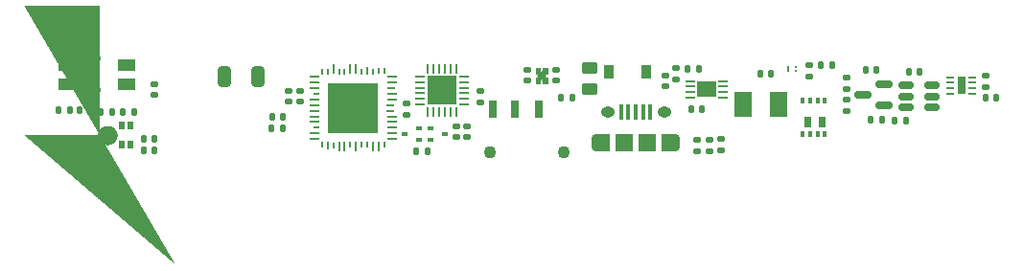
<source format=gts>
%TF.GenerationSoftware,KiCad,Pcbnew,6.0.8-f2edbf62ab~116~ubuntu22.04.1*%
%TF.CreationDate,2022-10-14T10:58:25+08:00*%
%TF.ProjectId,OSSG_v0p4,4f535347-5f76-4307-9034-2e6b69636164,v0.4*%
%TF.SameCoordinates,Original*%
%TF.FileFunction,Soldermask,Top*%
%TF.FilePolarity,Negative*%
%FSLAX46Y46*%
G04 Gerber Fmt 4.6, Leading zero omitted, Abs format (unit mm)*
G04 Created by KiCad (PCBNEW 6.0.8-f2edbf62ab~116~ubuntu22.04.1) date 2022-10-14 10:58:25*
%MOMM*%
%LPD*%
G01*
G04 APERTURE LIST*
G04 Aperture macros list*
%AMRoundRect*
0 Rectangle with rounded corners*
0 $1 Rounding radius*
0 $2 $3 $4 $5 $6 $7 $8 $9 X,Y pos of 4 corners*
0 Add a 4 corners polygon primitive as box body*
4,1,4,$2,$3,$4,$5,$6,$7,$8,$9,$2,$3,0*
0 Add four circle primitives for the rounded corners*
1,1,$1+$1,$2,$3*
1,1,$1+$1,$4,$5*
1,1,$1+$1,$6,$7*
1,1,$1+$1,$8,$9*
0 Add four rect primitives between the rounded corners*
20,1,$1+$1,$2,$3,$4,$5,0*
20,1,$1+$1,$4,$5,$6,$7,0*
20,1,$1+$1,$6,$7,$8,$9,0*
20,1,$1+$1,$8,$9,$2,$3,0*%
%AMFreePoly0*
4,1,103,0.919391,0.822403,0.926250,0.818200,0.934269,0.817569,1.160851,0.702119,1.166075,0.696003,1.173507,0.692924,1.353325,0.513107,1.356403,0.505675,1.362519,0.500452,1.477969,0.273869,1.478600,0.265849,1.482803,0.258991,1.508245,0.098357,1.511543,0.091283,1.519917,0.075198,1.519565,0.074081,1.520059,0.073021,1.523152,0.002182,1.522358,0.000000,1.523152,-0.002182,
1.520059,-0.073021,1.519565,-0.074081,1.519917,-0.075198,1.511543,-0.091283,1.508245,-0.098357,1.482803,-0.258991,1.478600,-0.265849,1.477969,-0.273869,1.362519,-0.500452,1.356403,-0.505675,1.353325,-0.513107,1.173507,-0.692924,1.166075,-0.696003,1.160851,-0.702119,0.934269,-0.817569,0.926250,-0.818200,0.919391,-0.822403,0.668222,-0.862184,0.660400,-0.860306,0.652579,-0.862184,
0.401409,-0.822403,0.394551,-0.818200,0.386531,-0.817569,0.159948,-0.702119,0.154725,-0.696003,0.147293,-0.692925,-0.032524,-0.513107,-0.035603,-0.505675,-0.041719,-0.500451,-0.157169,-0.273869,-0.157800,-0.265850,-0.162003,-0.258991,-0.187445,-0.098355,-0.190741,-0.091288,-0.199117,-0.075198,-0.198765,-0.074081,-0.199259,-0.073021,-0.202352,-0.002181,-0.201558,0.000000,0.203023,0.000000,
0.225408,-0.141336,0.290375,-0.268841,0.391559,-0.370025,0.519062,-0.434992,0.660400,-0.457377,0.801736,-0.434992,0.929241,-0.370025,1.030425,-0.268841,1.095392,-0.141338,1.117777,0.000000,1.095392,0.141338,1.030425,0.268841,0.929241,0.370025,0.801736,0.434992,0.660400,0.457377,0.519062,0.434992,0.391559,0.370025,0.290375,0.268841,0.225408,0.141336,0.203023,0.000000,
-0.201558,0.000000,-0.202352,0.002181,-0.199259,0.073021,-0.198765,0.074081,-0.199117,0.075198,-0.190741,0.091288,-0.187445,0.098355,-0.162003,0.258991,-0.157800,0.265850,-0.157169,0.273869,-0.041719,0.500451,-0.035603,0.505675,-0.032524,0.513107,0.147293,0.692925,0.154725,0.696003,0.159948,0.702119,0.386531,0.817569,0.394551,0.818200,0.401409,0.822403,0.652579,0.862184,
0.660400,0.860306,0.668222,0.862184,0.919391,0.822403,0.919391,0.822403,$1*%
G04 Aperture macros list end*
%ADD10C,0.000100*%
%ADD11C,0.001000*%
%ADD12C,0.100000*%
%ADD13C,0.120000*%
%ADD14RoundRect,0.135000X0.135000X0.185000X-0.135000X0.185000X-0.135000X-0.185000X0.135000X-0.185000X0*%
%ADD15R,0.510000X0.400000*%
%ADD16RoundRect,0.140000X-0.140000X-0.170000X0.140000X-0.170000X0.140000X0.170000X-0.140000X0.170000X0*%
%ADD17RoundRect,0.140000X0.140000X0.170000X-0.140000X0.170000X-0.140000X-0.170000X0.140000X-0.170000X0*%
%ADD18R,0.900000X1.200000*%
%ADD19R,0.400000X1.350000*%
%ADD20O,0.890000X1.550000*%
%ADD21R,1.200000X1.550000*%
%ADD22R,1.500000X1.550000*%
%ADD23O,1.250000X0.950000*%
%ADD24RoundRect,0.140000X-0.170000X0.140000X-0.170000X-0.140000X0.170000X-0.140000X0.170000X0.140000X0*%
%ADD25RoundRect,0.062500X-0.375000X-0.062500X0.375000X-0.062500X0.375000X0.062500X-0.375000X0.062500X0*%
%ADD26RoundRect,0.062500X-0.162500X-0.062500X0.162500X-0.062500X0.162500X0.062500X-0.162500X0.062500X0*%
%ADD27RoundRect,0.062500X-0.062500X-0.162500X0.062500X-0.162500X0.062500X0.162500X-0.062500X0.162500X0*%
%ADD28RoundRect,0.062500X-0.062500X-0.237500X0.062500X-0.237500X0.062500X0.237500X-0.062500X0.237500X0*%
%ADD29RoundRect,0.062500X-0.062500X-0.375000X0.062500X-0.375000X0.062500X0.375000X-0.062500X0.375000X0*%
%ADD30RoundRect,0.062500X-0.062500X-0.187500X0.062500X-0.187500X0.062500X0.187500X-0.062500X0.187500X0*%
%ADD31RoundRect,0.062500X-0.237500X-0.062500X0.237500X-0.062500X0.237500X0.062500X-0.237500X0.062500X0*%
%ADD32RoundRect,0.062500X-0.287500X-0.062500X0.287500X-0.062500X0.287500X0.062500X-0.287500X0.062500X0*%
%ADD33R,4.500000X4.500000*%
%ADD34RoundRect,0.135000X-0.135000X-0.185000X0.135000X-0.185000X0.135000X0.185000X-0.135000X0.185000X0*%
%ADD35RoundRect,0.135000X0.185000X-0.135000X0.185000X0.135000X-0.185000X0.135000X-0.185000X-0.135000X0*%
%ADD36C,0.750000*%
%ADD37R,1.550000X1.000000*%
%ADD38R,0.280000X0.170000*%
%ADD39R,0.280000X0.520000*%
%ADD40R,1.600000X2.300000*%
%ADD41RoundRect,0.150000X0.512500X0.150000X-0.512500X0.150000X-0.512500X-0.150000X0.512500X-0.150000X0*%
%ADD42R,0.522000X0.725000*%
%ADD43FreePoly0,0.000000*%
%ADD44C,0.381000*%
%ADD45RoundRect,0.250000X0.450000X-0.262500X0.450000X0.262500X-0.450000X0.262500X-0.450000X-0.262500X0*%
%ADD46RoundRect,0.250000X-0.325000X-0.650000X0.325000X-0.650000X0.325000X0.650000X-0.325000X0.650000X0*%
%ADD47RoundRect,0.062500X0.287500X0.062500X-0.287500X0.062500X-0.287500X-0.062500X0.287500X-0.062500X0*%
%ADD48R,0.800000X1.600000*%
%ADD49RoundRect,0.062500X0.337500X0.062500X-0.337500X0.062500X-0.337500X-0.062500X0.337500X-0.062500X0*%
%ADD50R,1.700000X1.400000*%
%ADD51RoundRect,0.135000X-0.185000X0.135000X-0.185000X-0.135000X0.185000X-0.135000X0.185000X0.135000X0*%
%ADD52RoundRect,0.140000X0.170000X-0.140000X0.170000X0.140000X-0.170000X0.140000X-0.170000X-0.140000X0*%
%ADD53RoundRect,0.147500X0.147500X0.172500X-0.147500X0.172500X-0.147500X-0.172500X0.147500X-0.172500X0*%
%ADD54R,0.400000X0.500000*%
%ADD55RoundRect,0.062500X0.062500X-0.350000X0.062500X0.350000X-0.062500X0.350000X-0.062500X-0.350000X0*%
%ADD56RoundRect,0.062500X0.350000X-0.062500X0.350000X0.062500X-0.350000X0.062500X-0.350000X-0.062500X0*%
%ADD57R,2.600000X2.600000*%
%ADD58RoundRect,0.150000X0.587500X0.150000X-0.587500X0.150000X-0.587500X-0.150000X0.587500X-0.150000X0*%
%ADD59C,1.100000*%
%ADD60R,0.700000X1.600000*%
G04 APERTURE END LIST*
%TO.C,U7*%
G36*
X118994269Y-76277863D02*
G01*
X118794269Y-76477863D01*
X118634269Y-76477863D01*
X118634269Y-75987863D01*
X118994269Y-75987863D01*
X118994269Y-76277863D01*
G37*
D10*
X118994269Y-76277863D02*
X118794269Y-76477863D01*
X118634269Y-76477863D01*
X118634269Y-75987863D01*
X118994269Y-75987863D01*
X118994269Y-76277863D01*
G36*
X119644269Y-77287863D02*
G01*
X119284269Y-77287863D01*
X119284269Y-76997863D01*
X119484269Y-76797863D01*
X119644269Y-76797863D01*
X119644269Y-77287863D01*
G37*
X119644269Y-77287863D02*
X119284269Y-77287863D01*
X119284269Y-76997863D01*
X119484269Y-76797863D01*
X119644269Y-76797863D01*
X119644269Y-77287863D01*
G36*
X119539269Y-76637863D02*
G01*
X119139269Y-77037863D01*
X118739269Y-76637863D01*
X119139269Y-76237863D01*
X119539269Y-76637863D01*
G37*
D11*
X119539269Y-76637863D02*
X119139269Y-77037863D01*
X118739269Y-76637863D01*
X119139269Y-76237863D01*
X119539269Y-76637863D01*
G36*
X119644269Y-76477863D02*
G01*
X119484269Y-76477863D01*
X119284269Y-76277863D01*
X119284269Y-75987863D01*
X119644269Y-75987863D01*
X119644269Y-76477863D01*
G37*
D10*
X119644269Y-76477863D02*
X119484269Y-76477863D01*
X119284269Y-76277863D01*
X119284269Y-75987863D01*
X119644269Y-75987863D01*
X119644269Y-76477863D01*
G36*
X118994269Y-76997863D02*
G01*
X118994269Y-77287863D01*
X118634269Y-77287863D01*
X118634269Y-76797863D01*
X118794269Y-76797863D01*
X118994269Y-76997863D01*
G37*
X118994269Y-76997863D02*
X118994269Y-77287863D01*
X118634269Y-77287863D01*
X118634269Y-76797863D01*
X118794269Y-76797863D01*
X118994269Y-76997863D01*
%TO.C,U1*%
G36*
X81631265Y-81913880D02*
G01*
X81591484Y-82165049D01*
X81476034Y-82391632D01*
X81296217Y-82571449D01*
X81069634Y-82686899D01*
X80818465Y-82726680D01*
X80567296Y-82686899D01*
X80340713Y-82571449D01*
X80160896Y-82391632D01*
X80045446Y-82165049D01*
X80005665Y-81913880D01*
X80008758Y-81843040D01*
X80312398Y-81869605D01*
X80310465Y-81913880D01*
X80335328Y-82070861D01*
X80407484Y-82212475D01*
X80519870Y-82324861D01*
X80661484Y-82397017D01*
X80818465Y-82421880D01*
X80975446Y-82397017D01*
X81117060Y-82324861D01*
X81229446Y-82212475D01*
X81301602Y-82070861D01*
X81326465Y-81913880D01*
X81324532Y-81869605D01*
X81628172Y-81843040D01*
X81631265Y-81913880D01*
G37*
D12*
X81631265Y-81913880D02*
X81591484Y-82165049D01*
X81476034Y-82391632D01*
X81296217Y-82571449D01*
X81069634Y-82686899D01*
X80818465Y-82726680D01*
X80567296Y-82686899D01*
X80340713Y-82571449D01*
X80160896Y-82391632D01*
X80045446Y-82165049D01*
X80005665Y-81913880D01*
X80008758Y-81843040D01*
X80312398Y-81869605D01*
X80310465Y-81913880D01*
X80335328Y-82070861D01*
X80407484Y-82212475D01*
X80519870Y-82324861D01*
X80661484Y-82397017D01*
X80818465Y-82421880D01*
X80975446Y-82397017D01*
X81117060Y-82324861D01*
X81229446Y-82212475D01*
X81301602Y-82070861D01*
X81326465Y-81913880D01*
X81324532Y-81869605D01*
X81628172Y-81843040D01*
X81631265Y-81913880D01*
G36*
X81069634Y-81140861D02*
G01*
X81296217Y-81256311D01*
X81476034Y-81436128D01*
X81591484Y-81662711D01*
X81631265Y-81913880D01*
X81628172Y-81984720D01*
X81324532Y-81958155D01*
X81326465Y-81913880D01*
X81301602Y-81756899D01*
X81229446Y-81615285D01*
X81117060Y-81502899D01*
X80975446Y-81430743D01*
X80818465Y-81405880D01*
X80661484Y-81430743D01*
X80519870Y-81502899D01*
X80407484Y-81615285D01*
X80335328Y-81756899D01*
X80310465Y-81913880D01*
X80312398Y-81958155D01*
X80008758Y-81984720D01*
X80005665Y-81913880D01*
X80045446Y-81662711D01*
X80160896Y-81436128D01*
X80340713Y-81256311D01*
X80567296Y-81140861D01*
X80818465Y-81101080D01*
X81069634Y-81140861D01*
G37*
X81069634Y-81140861D02*
X81296217Y-81256311D01*
X81476034Y-81436128D01*
X81591484Y-81662711D01*
X81631265Y-81913880D01*
X81628172Y-81984720D01*
X81324532Y-81958155D01*
X81326465Y-81913880D01*
X81301602Y-81756899D01*
X81229446Y-81615285D01*
X81117060Y-81502899D01*
X80975446Y-81430743D01*
X80818465Y-81405880D01*
X80661484Y-81430743D01*
X80519870Y-81502899D01*
X80407484Y-81615285D01*
X80335328Y-81756899D01*
X80310465Y-81913880D01*
X80312398Y-81958155D01*
X80008758Y-81984720D01*
X80005665Y-81913880D01*
X80045446Y-81662711D01*
X80160896Y-81436128D01*
X80340713Y-81256311D01*
X80567296Y-81140861D01*
X80818465Y-81101080D01*
X81069634Y-81140861D01*
D13*
%TO.C,Q4*%
X144142489Y-81124202D02*
X143642489Y-81124202D01*
X143642489Y-81124202D02*
X143642489Y-80274202D01*
X143642489Y-80274202D02*
X144142489Y-80274202D01*
X144142489Y-80274202D02*
X144142489Y-81124202D01*
G36*
X144142489Y-81124202D02*
G01*
X143642489Y-81124202D01*
X143642489Y-80274202D01*
X144142489Y-80274202D01*
X144142489Y-81124202D01*
G37*
X142842489Y-81124202D02*
X142342489Y-81124202D01*
X142342489Y-81124202D02*
X142342489Y-80274202D01*
X142342489Y-80274202D02*
X142842489Y-80274202D01*
X142842489Y-80274202D02*
X142842489Y-81124202D01*
G36*
X142842489Y-81124202D02*
G01*
X142342489Y-81124202D01*
X142342489Y-80274202D01*
X142842489Y-80274202D01*
X142842489Y-81124202D01*
G37*
%TD*%
D14*
%TO.C,R1*%
X96353545Y-81319325D03*
X95333545Y-81319325D03*
%TD*%
D15*
%TO.C,Q1*%
X108332290Y-82329954D03*
X108332290Y-81329954D03*
X107042290Y-81829954D03*
%TD*%
D16*
%TO.C,C19*%
X132347042Y-79630638D03*
X133307042Y-79630638D03*
%TD*%
D17*
%TO.C,C14*%
X159314550Y-78612375D03*
X158354550Y-78612375D03*
%TD*%
D18*
%TO.C,D3*%
X128360985Y-76322776D03*
X125060985Y-76322776D03*
%TD*%
D19*
%TO.C,J3*%
X126179107Y-79890740D03*
X126829107Y-79890740D03*
X127479107Y-79890740D03*
X128129107Y-79890740D03*
X128779107Y-79890740D03*
D20*
X130979107Y-82590740D03*
X123979107Y-82590740D03*
D21*
X130379107Y-82590740D03*
X124579107Y-82590740D03*
D22*
X126479107Y-82590740D03*
D23*
X129979107Y-79890740D03*
D22*
X128479107Y-82590740D03*
D23*
X124979107Y-79890740D03*
%TD*%
D24*
%TO.C,C10*%
X112585441Y-81141385D03*
X112585441Y-82101385D03*
%TD*%
D25*
%TO.C,U2*%
X99085097Y-76745474D03*
X99085097Y-77245474D03*
X99085097Y-77745474D03*
D26*
X99297597Y-78245474D03*
D25*
X99085097Y-78745474D03*
X99085097Y-79245474D03*
X99085097Y-79745474D03*
X99085097Y-80245474D03*
X99085097Y-80745474D03*
D26*
X99297597Y-81245474D03*
D25*
X99085097Y-81745474D03*
X99085097Y-82245474D03*
D27*
X99772597Y-82720474D03*
D28*
X100272597Y-82795474D03*
D27*
X100772597Y-82795474D03*
D29*
X101272597Y-82932974D03*
X101772597Y-82932974D03*
D30*
X102272597Y-82745474D03*
D29*
X102772597Y-82932974D03*
D30*
X103272597Y-82745474D03*
D27*
X103772597Y-82720474D03*
D29*
X104272597Y-82932974D03*
X104772597Y-82932974D03*
D30*
X105272597Y-82745474D03*
D25*
X105960097Y-82245474D03*
X105960097Y-81745474D03*
X105960097Y-81245474D03*
X105960097Y-80745474D03*
X105960097Y-80245474D03*
D31*
X105822597Y-79745474D03*
X105822597Y-79245474D03*
D25*
X105960097Y-78745474D03*
X105960097Y-78245474D03*
D32*
X105872597Y-77745474D03*
D25*
X105960097Y-77245474D03*
X105960097Y-76745474D03*
D30*
X105272597Y-76245474D03*
X104772597Y-76245474D03*
D27*
X104272597Y-76270474D03*
D28*
X103772597Y-76195474D03*
D27*
X103272597Y-76270474D03*
D29*
X102772597Y-76057974D03*
X102272597Y-76057974D03*
D27*
X101772597Y-76270474D03*
X101272597Y-76270474D03*
D29*
X100772597Y-76057974D03*
D27*
X100272597Y-76270474D03*
X99772597Y-76270474D03*
D33*
X102522597Y-79495474D03*
%TD*%
D34*
%TO.C,R3*%
X80224181Y-79834807D03*
X81244181Y-79834807D03*
%TD*%
D35*
%TO.C,R6*%
X107244882Y-80141646D03*
X107244882Y-79121646D03*
%TD*%
%TO.C,R17*%
X135016041Y-83227289D03*
X135016041Y-82207289D03*
%TD*%
D24*
%TO.C,C18*%
X117862044Y-76099562D03*
X117862044Y-77059562D03*
%TD*%
D36*
%TO.C,SW1*%
X79899951Y-75152196D03*
X79899951Y-77902196D03*
D37*
X82524951Y-77377196D03*
X77274951Y-77377196D03*
X82524951Y-75677196D03*
X77274951Y-75677196D03*
%TD*%
D38*
%TO.C,Q3*%
X141612040Y-76216522D03*
X141612040Y-75866522D03*
D39*
X140962040Y-76041522D03*
%TD*%
D14*
%TO.C,R4*%
X77488019Y-79658389D03*
X76468019Y-79658389D03*
%TD*%
D40*
%TO.C,L1*%
X140122558Y-79204084D03*
X136962558Y-79204084D03*
%TD*%
D17*
%TO.C,C1*%
X96324121Y-80320710D03*
X95364121Y-80320710D03*
%TD*%
D15*
%TO.C,Q2*%
X109336071Y-81338973D03*
X109336071Y-82338973D03*
X110626071Y-81838973D03*
%TD*%
D41*
%TO.C,U5*%
X153650760Y-79426117D03*
X153650760Y-78476117D03*
X153650760Y-77526117D03*
X151375760Y-77526117D03*
X151375760Y-78476117D03*
X151375760Y-79426117D03*
%TD*%
D42*
%TO.C,U1*%
X82892465Y-81076133D03*
X82070465Y-81076133D03*
D43*
X80158065Y-81913880D03*
D42*
X82070465Y-82751627D03*
X82892465Y-82751627D03*
D44*
X80818465Y-81913880D03*
%TD*%
D14*
%TO.C,R14*%
X133048103Y-76081567D03*
X132028103Y-76081567D03*
%TD*%
D45*
%TO.C,F1*%
X123380387Y-77819400D03*
X123380387Y-75994400D03*
%TD*%
D46*
%TO.C,AE1*%
X91153318Y-76701916D03*
X94103318Y-76701916D03*
%TD*%
D14*
%TO.C,R5*%
X109114492Y-83363160D03*
X108094492Y-83363160D03*
%TD*%
D47*
%TO.C,U6*%
X157225427Y-78271198D03*
X157225427Y-77771198D03*
X157225427Y-77271198D03*
X157225427Y-76771198D03*
X155225427Y-76771198D03*
X155225427Y-77271198D03*
X155225427Y-77771198D03*
X155225427Y-78271198D03*
D48*
X156225427Y-77521198D03*
%TD*%
D34*
%TO.C,R7*%
X148184787Y-80510534D03*
X149204787Y-80510534D03*
%TD*%
D16*
%TO.C,C4*%
X78368932Y-79651170D03*
X79328932Y-79651170D03*
%TD*%
%TO.C,C17*%
X138440702Y-76447219D03*
X139400702Y-76447219D03*
%TD*%
D49*
%TO.C,U8*%
X135159248Y-78611457D03*
X135159248Y-78111457D03*
X135159248Y-77611457D03*
X135159248Y-77111457D03*
X132259248Y-77111457D03*
X132259248Y-77611457D03*
X132259248Y-78111457D03*
X132259248Y-78611457D03*
D50*
X133709248Y-77861457D03*
%TD*%
D16*
%TO.C,C12*%
X147757075Y-76119389D03*
X148717075Y-76119389D03*
%TD*%
D24*
%TO.C,C16*%
X120420868Y-76103942D03*
X120420868Y-77063942D03*
%TD*%
D51*
%TO.C,R9*%
X146127496Y-76791306D03*
X146127496Y-77811306D03*
%TD*%
D52*
%TO.C,C20*%
X84970267Y-78334746D03*
X84970267Y-77374746D03*
%TD*%
D53*
%TO.C,D2*%
X152539833Y-76298232D03*
X151569833Y-76298232D03*
%TD*%
D34*
%TO.C,R12*%
X143819268Y-75741163D03*
X144839268Y-75741163D03*
%TD*%
D35*
%TO.C,R15*%
X132876626Y-83334526D03*
X132876626Y-82314526D03*
%TD*%
D16*
%TO.C,C2*%
X84034297Y-83240655D03*
X84994297Y-83240655D03*
%TD*%
D14*
%TO.C,R8*%
X151327212Y-80658070D03*
X150307212Y-80658070D03*
%TD*%
D54*
%TO.C,Q4*%
X144172489Y-78819202D03*
X143522489Y-78819202D03*
X142872489Y-78819202D03*
X142222489Y-78819202D03*
X142232489Y-81789202D03*
X142882489Y-81789202D03*
X143532489Y-81789202D03*
X144182489Y-81789202D03*
%TD*%
D34*
%TO.C,R2*%
X82132953Y-79834807D03*
X83152953Y-79834807D03*
%TD*%
D52*
%TO.C,C15*%
X130060864Y-77611641D03*
X130060864Y-76651641D03*
%TD*%
D24*
%TO.C,C9*%
X113753277Y-78021197D03*
X113753277Y-78981197D03*
%TD*%
%TO.C,C11*%
X111611442Y-81139530D03*
X111611442Y-82099530D03*
%TD*%
D14*
%TO.C,R18*%
X121886482Y-78623756D03*
X120866482Y-78623756D03*
%TD*%
D35*
%TO.C,R11*%
X146078592Y-79791236D03*
X146078592Y-78771236D03*
%TD*%
D55*
%TO.C,U3*%
X109110528Y-79893205D03*
X109610528Y-79893205D03*
X110110528Y-79893205D03*
X110610528Y-79893205D03*
X111110528Y-79893205D03*
X111610528Y-79893205D03*
D56*
X112298028Y-79205705D03*
X112298028Y-78705705D03*
X112298028Y-78205705D03*
X112298028Y-77705705D03*
X112298028Y-77205705D03*
X112298028Y-76705705D03*
D55*
X111610528Y-76018205D03*
X111110528Y-76018205D03*
X110610528Y-76018205D03*
X110110528Y-76018205D03*
X109610528Y-76018205D03*
X109110528Y-76018205D03*
D56*
X108423028Y-76705705D03*
X108423028Y-77205705D03*
X108423028Y-77705705D03*
X108423028Y-78205705D03*
X108423028Y-78705705D03*
X108423028Y-79205705D03*
D57*
X110360528Y-77955705D03*
%TD*%
D24*
%TO.C,C6*%
X97806630Y-77999213D03*
X97806630Y-78959213D03*
%TD*%
D58*
%TO.C,U4*%
X149426803Y-79266677D03*
X149426803Y-77366677D03*
X147551803Y-78316677D03*
%TD*%
D24*
%TO.C,C5*%
X96860666Y-77999213D03*
X96860666Y-78959213D03*
%TD*%
D59*
%TO.C,SW2*%
X114568842Y-83376871D03*
X121088842Y-83386871D03*
D60*
X114888842Y-79586871D03*
X118888842Y-79586871D03*
X116788842Y-79586871D03*
%TD*%
D51*
%TO.C,R10*%
X142816193Y-75720313D03*
X142816193Y-76740313D03*
%TD*%
D52*
%TO.C,C13*%
X158357718Y-77643138D03*
X158357718Y-76683138D03*
%TD*%
D17*
%TO.C,C3*%
X85000534Y-82261318D03*
X84040534Y-82261318D03*
%TD*%
D35*
%TO.C,R13*%
X131067832Y-77013506D03*
X131067832Y-75993506D03*
%TD*%
%TO.C,R16*%
X133979985Y-83331535D03*
X133979985Y-82311535D03*
%TD*%
M02*

</source>
